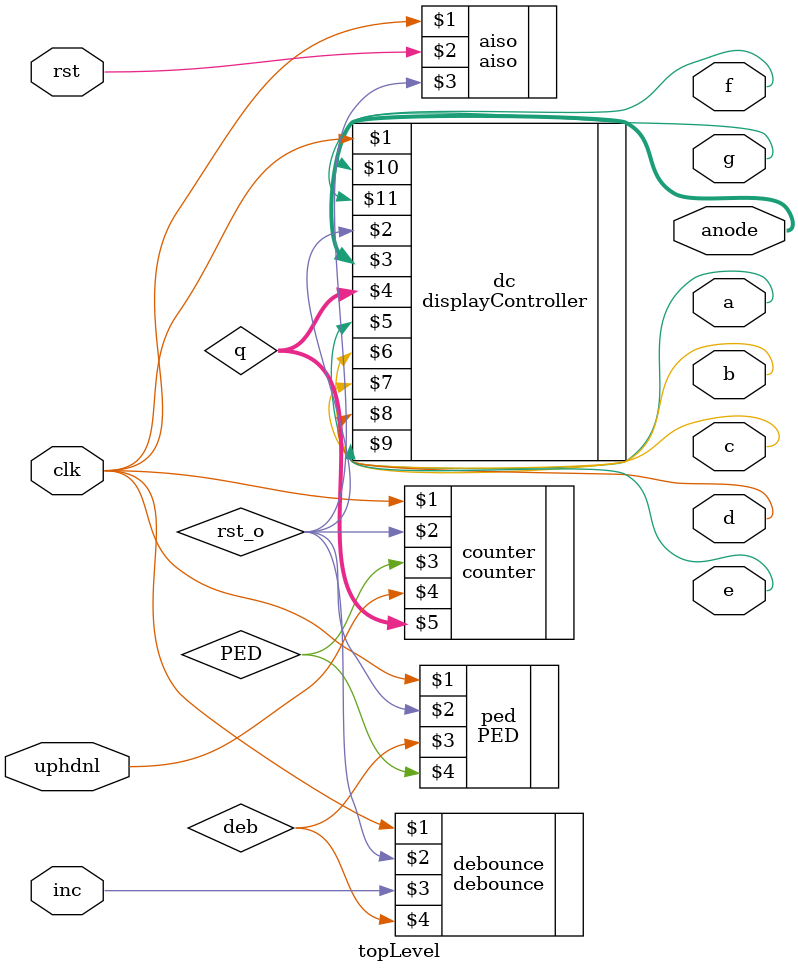
<source format=v>
`timescale 1ns / 1ps
module topLevel(clk, rst, inc, uphdnl, anode, a, b, c, d, e, f, g);
	 input  		   clk, rst, inc, uphdnl;
	 output [7:0]  anode; 					//8 bit anode
	 output 		   a, b, c, d, e, f, g;
	 wire   [31:0] q; 						//32 bit q
	 wire   			PED;
	 wire   			rst_o;
	 wire   			deb; 

//Instantiate modules
	 debounce
		debounce	(clk, rst_o, inc, deb);
	 aiso
		aiso		(clk, rst, rst_o);		
	 PED 
		ped		(clk, rst_o, deb, PED);
	 counter
		counter	(clk, rst_o, PED, uphdnl, q);
	 displayController 
		dc			(clk, rst_o, anode, q, a, b ,c ,d ,e, f,g);
endmodule

</source>
